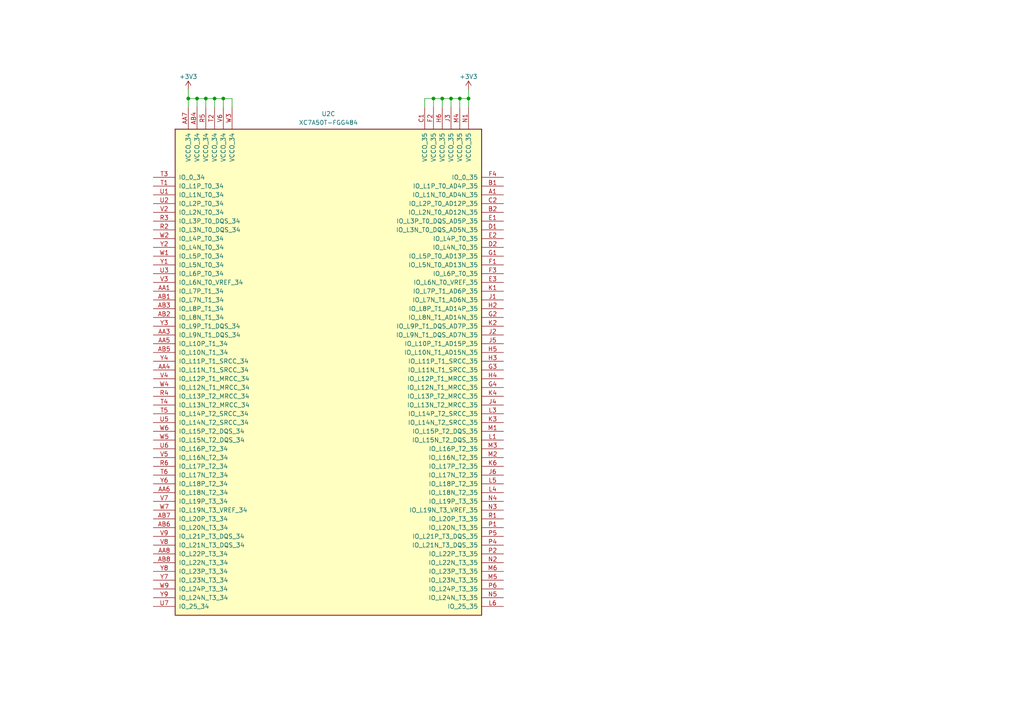
<source format=kicad_sch>
(kicad_sch (version 20230121) (generator eeschema)
  (paper "A4")
  (title_block (title "FPGA Bank 34 & 35") (date "2023-12-12") (rev "0.1") (company "George Smart, M1GEO") (comment 1 "https://github.com/m1geo/Pi5-Artix-FPGA-Hat") (comment 2 "https://www.george-smart.co.uk"))
  (lib_symbols
    (symbol "FPGA_Xilinx_Artix7:XC7A50T-FGG484" (pin_names (offset 1.016))
      (property "Reference" "U" (at 0 1.27 0))
      (property "Value" "XC7A50T-FGG484" (at 0 -1.27 0))
      (symbol "XC7A50T-FGG484_1_1"
        (rectangle (start -44.45 67.31) (end 44.45 -73.66) (stroke (width 0.254)) (fill (type background)))
        (pin power_in line (at -40.64 73.66 270) (length 6.35) (name "VCCO_13") (number "AA17"))
        (pin bidirectional line (at 50.8 -30.48 180) (length 6.35) (name "IO_L17P_T2_A14_D30_14") (number "AA18"))
        (pin bidirectional line (at 50.8 -20.32 180) (length 6.35) (name "IO_L15P_T2_DQS_RDWR_B_14") (number "AA19"))
        (pin bidirectional line (at 50.8 15.24 180) (length 6.35) (name "IO_L8P_T1_D11_14") (number "AA20"))
        (pin bidirectional line (at 50.8 12.7 180) (length 6.35) (name "IO_L8N_T1_D12_14") (number "AA21"))
        (pin power_in line (at -38.1 73.66 270) (length 6.35) (name "VCCO_13") (number "AB14"))
        (pin bidirectional line (at 50.8 -33.02 180) (length 6.35) (name "IO_L17N_T2_A13_D29_14") (number "AB18"))
        (pin bidirectional line (at 50.8 -22.86 180) (length 6.35) (name "IO_L15N_T2_DQS_DOUT_CSO_B_14") (number "AB20"))
        (pin bidirectional line (at 50.8 5.08 180) (length 6.35) (name "IO_L10P_T1_D14_14") (number "AB21"))
        (pin bidirectional line (at 50.8 2.54 180) (length 6.35) (name "IO_L10N_T1_D15_14") (number "AB22"))
        (pin power_in line (at 27.94 73.66 270) (length 6.35) (name "VCCO_14") (number "M14"))
        (pin bidirectional line (at 50.8 -60.96 180) (length 6.35) (name "IO_L23P_T3_A03_D19_14") (number "N13"))
        (pin bidirectional line (at 50.8 -63.5 180) (length 6.35) (name "IO_L23N_T3_A02_D18_14") (number "N14"))
        (pin bidirectional line (at 50.8 -71.12 180) (length 6.35) (name "IO_25_14") (number "N15"))
        (pin bidirectional line (at 50.8 -50.8 180) (length 6.35) (name "IO_L21P_T3_DQS_14") (number "N17"))
        (pin bidirectional line (at 50.8 -40.64 180) (length 6.35) (name "IO_L19P_T3_A10_D26_14") (number "P14"))
        (pin bidirectional line (at 50.8 -55.88 180) (length 6.35) (name "IO_L22P_T3_A05_D21_14") (number "P15"))
        (pin bidirectional line (at 50.8 -66.04 180) (length 6.35) (name "IO_L24P_T3_A01_D17_14") (number "P16"))
        (pin bidirectional line (at 50.8 -53.34 180) (length 6.35) (name "IO_L21N_T3_DQS_A06_D22_14") (number "P17"))
        (pin power_in line (at 30.48 73.66 270) (length 6.35) (name "VCCO_14") (number "P18"))
        (pin bidirectional line (at 50.8 30.48 180) (length 6.35) (name "IO_L5P_T0_D06_14") (number "P19"))
        (pin bidirectional line (at 50.8 53.34 180) (length 6.35) (name "IO_0_14") (number "P20"))
        (pin bidirectional line (at 50.8 45.72 180) (length 6.35) (name "IO_L2P_T0_D02_14") (number "P21"))
        (pin bidirectional line (at 50.8 50.8 180) (length 6.35) (name "IO_L1P_T0_D00_MOSI_14") (number "P22"))
        (pin bidirectional line (at 50.8 -43.18 180) (length 6.35) (name "IO_L19N_T3_A09_D25_VREF_14") (number "R14"))
        (pin power_in line (at 33.02 73.66 270) (length 6.35) (name "VCCO_14") (number "R15"))
        (pin bidirectional line (at 50.8 -58.42 180) (length 6.35) (name "IO_L22N_T3_A04_D20_14") (number "R16"))
        (pin bidirectional line (at 50.8 -68.58 180) (length 6.35) (name "IO_L24N_T3_A00_D16_14") (number "R17"))
        (pin bidirectional line (at 50.8 -45.72 180) (length 6.35) (name "IO_L20P_T3_A08_D24_14") (number "R18"))
        (pin bidirectional line (at 50.8 27.94 180) (length 6.35) (name "IO_L5N_T0_D07_14") (number "R19"))
        (pin bidirectional line (at 50.8 43.18 180) (length 6.35) (name "IO_L2N_T0_D03_14") (number "R21"))
        (pin bidirectional line (at 50.8 48.26 180) (length 6.35) (name "IO_L1N_T0_D01_DIN_14") (number "R22"))
        (pin bidirectional line (at 50.8 -48.26 180) (length 6.35) (name "IO_L20N_T3_A07_D23_14") (number "T18"))
        (pin bidirectional line (at 50.8 25.4 180) (length 6.35) (name "IO_L6P_T0_FCS_B_14") (number "T19"))
        (pin bidirectional line (at 50.8 22.86 180) (length 6.35) (name "IO_L6N_T0_D08_VREF_14") (number "T20"))
        (pin bidirectional line (at 50.8 35.56 180) (length 6.35) (name "IO_L4P_T0_D04_14") (number "T21"))
        (pin power_in line (at 35.56 73.66 270) (length 6.35) (name "VCCO_14") (number "T22"))
        (pin bidirectional line (at 50.8 -35.56 180) (length 6.35) (name "IO_L18P_T2_A12_D28_14") (number "U17"))
        (pin bidirectional line (at 50.8 -38.1 180) (length 6.35) (name "IO_L18N_T2_A11_D27_14") (number "U18"))
        (pin power_in line (at 38.1 73.66 270) (length 6.35) (name "VCCO_14") (number "U19"))
        (pin bidirectional line (at 50.8 0 180) (length 6.35) (name "IO_L11P_T1_SRCC_14") (number "U20"))
        (pin bidirectional line (at 50.8 33.02 180) (length 6.35) (name "IO_L4N_T0_D05_14") (number "U21"))
        (pin bidirectional line (at 50.8 40.64 180) (length 6.35) (name "IO_L3P_T0_DQS_PUDC_B_14") (number "U22"))
        (pin power_in line (at -35.56 73.66 270) (length 6.35) (name "VCCO_13") (number "V16"))
        (pin bidirectional line (at 50.8 -25.4 180) (length 6.35) (name "IO_L16P_T2_CSI_B_14") (number "V17"))
        (pin bidirectional line (at 50.8 -15.24 180) (length 6.35) (name "IO_L14P_T2_SRCC_14") (number "V18"))
        (pin bidirectional line (at 50.8 -17.78 180) (length 6.35) (name "IO_L14N_T2_SRCC_14") (number "V19"))
        (pin bidirectional line (at 50.8 -2.54 180) (length 6.35) (name "IO_L11N_T1_SRCC_14") (number "V20"))
        (pin bidirectional line (at 50.8 38.1 180) (length 6.35) (name "IO_L3N_T0_DQS_EMCCLK_14") (number "V22"))
        (pin power_in line (at -33.02 73.66 270) (length 6.35) (name "VCCO_13") (number "W13"))
        (pin bidirectional line (at 50.8 -27.94 180) (length 6.35) (name "IO_L16N_T2_A15_D31_14") (number "W17"))
        (pin bidirectional line (at 50.8 -5.08 180) (length 6.35) (name "IO_L12P_T1_MRCC_14") (number "W19"))
        (pin bidirectional line (at 50.8 -7.62 180) (length 6.35) (name "IO_L12N_T1_MRCC_14") (number "W20"))
        (pin bidirectional line (at 50.8 20.32 180) (length 6.35) (name "IO_L7P_T1_D09_14") (number "W21"))
        (pin bidirectional line (at 50.8 17.78 180) (length 6.35) (name "IO_L7N_T1_D10_14") (number "W22"))
        (pin power_in line (at -30.48 73.66 270) (length 6.35) (name "VCCO_13") (number "Y10"))
        (pin bidirectional line (at 50.8 -10.16 180) (length 6.35) (name "IO_L13P_T2_MRCC_14") (number "Y18"))
        (pin bidirectional line (at 50.8 -12.7 180) (length 6.35) (name "IO_L13N_T2_MRCC_14") (number "Y19"))
        (pin power_in line (at 40.64 73.66 270) (length 6.35) (name "VCCO_14") (number "Y20"))
        (pin bidirectional line (at 50.8 10.16 180) (length 6.35) (name "IO_L9P_T1_DQS_14") (number "Y21"))
        (pin bidirectional line (at 50.8 7.62 180) (length 6.35) (name "IO_L9N_T1_DQS_D13_14") (number "Y22"))
      )
      (symbol "XC7A50T-FGG484_2_1"
        (rectangle (start -44.45 67.31) (end 44.45 -73.66) (stroke (width 0.254)) (fill (type background)))
        (pin bidirectional line (at 50.8 5.08 180) (length 6.35) (name "IO_L10P_T1_16") (number "A13"))
        (pin bidirectional line (at 50.8 2.54 180) (length 6.35) (name "IO_L10N_T1_16") (number "A14"))
        (pin bidirectional line (at 50.8 10.16 180) (length 6.35) (name "IO_L9P_T1_DQS_16") (number "A15"))
        (pin bidirectional line (at 50.8 7.62 180) (length 6.35) (name "IO_L9N_T1_DQS_16") (number "A16"))
        (pin power_in line (at 27.94 73.66 270) (length 6.35) (name "VCCO_16") (number "A17"))
        (pin bidirectional line (at 50.8 -30.48 180) (length 6.35) (name "IO_L17P_T2_16") (number "A18"))
        (pin bidirectional line (at 50.8 -33.02 180) (length 6.35) (name "IO_L17N_T2_16") (number "A19"))
        (pin bidirectional line (at 50.8 -27.94 180) (length 6.35) (name "IO_L16N_T2_16") (number "A20"))
        (pin bidirectional line (at 50.8 -53.34 180) (length 6.35) (name "IO_L21N_T3_DQS_16") (number "A21"))
        (pin bidirectional line (at 50.8 12.7 180) (length 6.35) (name "IO_L8N_T1_16") (number "B13"))
        (pin power_in line (at 30.48 73.66 270) (length 6.35) (name "VCCO_16") (number "B14"))
        (pin bidirectional line (at 50.8 20.32 180) (length 6.35) (name "IO_L7P_T1_16") (number "B15"))
        (pin bidirectional line (at 50.8 17.78 180) (length 6.35) (name "IO_L7N_T1_16") (number "B16"))
        (pin bidirectional line (at 50.8 0 180) (length 6.35) (name "IO_L11P_T1_SRCC_16") (number "B17"))
        (pin bidirectional line (at 50.8 -2.54 180) (length 6.35) (name "IO_L11N_T1_SRCC_16") (number "B18"))
        (pin bidirectional line (at 50.8 -25.4 180) (length 6.35) (name "IO_L16P_T2_16") (number "B20"))
        (pin bidirectional line (at 50.8 -50.8 180) (length 6.35) (name "IO_L21P_T3_DQS_16") (number "B21"))
        (pin bidirectional line (at 50.8 -48.26 180) (length 6.35) (name "IO_L20N_T3_16") (number "B22"))
        (pin bidirectional line (at 50.8 15.24 180) (length 6.35) (name "IO_L8P_T1_16") (number "C13"))
        (pin bidirectional line (at 50.8 40.64 180) (length 6.35) (name "IO_L3P_T0_DQS_16") (number "C14"))
        (pin bidirectional line (at 50.8 38.1 180) (length 6.35) (name "IO_L3N_T0_DQS_16") (number "C15"))
        (pin bidirectional line (at 50.8 -7.62 180) (length 6.35) (name "IO_L12N_T1_MRCC_16") (number "C17"))
        (pin bidirectional line (at 50.8 -10.16 180) (length 6.35) (name "IO_L13P_T2_MRCC_16") (number "C18"))
        (pin bidirectional line (at 50.8 -12.7 180) (length 6.35) (name "IO_L13N_T2_MRCC_16") (number "C19"))
        (pin bidirectional line (at 50.8 -43.18 180) (length 6.35) (name "IO_L19N_T3_VREF_16") (number "C20"))
        (pin power_in line (at 33.02 73.66 270) (length 6.35) (name "VCCO_16") (number "C21"))
        (pin bidirectional line (at 50.8 -45.72 180) (length 6.35) (name "IO_L20P_T3_16") (number "C22"))
        (pin bidirectional line (at 50.8 25.4 180) (length 6.35) (name "IO_L6P_T0_16") (number "D14"))
        (pin bidirectional line (at 50.8 22.86 180) (length 6.35) (name "IO_L6N_T0_VREF_16") (number "D15"))
        (pin bidirectional line (at 50.8 27.94 180) (length 6.35) (name "IO_L5N_T0_16") (number "D16"))
        (pin bidirectional line (at 50.8 -5.08 180) (length 6.35) (name "IO_L12P_T1_MRCC_16") (number "D17"))
        (pin power_in line (at 35.56 73.66 270) (length 6.35) (name "VCCO_16") (number "D18"))
        (pin bidirectional line (at 50.8 -17.78 180) (length 6.35) (name "IO_L14N_T2_SRCC_16") (number "D19"))
        (pin bidirectional line (at 50.8 -40.64 180) (length 6.35) (name "IO_L19P_T3_16") (number "D20"))
        (pin bidirectional line (at 50.8 -63.5 180) (length 6.35) (name "IO_L23N_T3_16") (number "D21"))
        (pin bidirectional line (at 50.8 -58.42 180) (length 6.35) (name "IO_L22N_T3_16") (number "D22"))
        (pin bidirectional line (at 50.8 35.56 180) (length 6.35) (name "IO_L4P_T0_16") (number "E13"))
        (pin bidirectional line (at 50.8 33.02 180) (length 6.35) (name "IO_L4N_T0_16") (number "E14"))
        (pin power_in line (at 38.1 73.66 270) (length 6.35) (name "VCCO_16") (number "E15"))
        (pin bidirectional line (at 50.8 30.48 180) (length 6.35) (name "IO_L5P_T0_16") (number "E16"))
        (pin bidirectional line (at 50.8 43.18 180) (length 6.35) (name "IO_L2N_T0_16") (number "E17"))
        (pin bidirectional line (at 50.8 -22.86 180) (length 6.35) (name "IO_L15N_T2_DQS_16") (number "E18"))
        (pin bidirectional line (at 50.8 -15.24 180) (length 6.35) (name "IO_L14P_T2_SRCC_16") (number "E19"))
        (pin bidirectional line (at 50.8 -60.96 180) (length 6.35) (name "IO_L23P_T3_16") (number "E21"))
        (pin bidirectional line (at 50.8 -55.88 180) (length 6.35) (name "IO_L22P_T3_16") (number "E22"))
        (pin bidirectional line (at 50.8 50.8 180) (length 6.35) (name "IO_L1P_T0_16") (number "F13"))
        (pin bidirectional line (at 50.8 48.26 180) (length 6.35) (name "IO_L1N_T0_16") (number "F14"))
        (pin bidirectional line (at 50.8 53.34 180) (length 6.35) (name "IO_0_16") (number "F15"))
        (pin bidirectional line (at 50.8 45.72 180) (length 6.35) (name "IO_L2P_T0_16") (number "F16"))
        (pin bidirectional line (at 50.8 -20.32 180) (length 6.35) (name "IO_L15P_T2_DQS_16") (number "F18"))
        (pin bidirectional line (at 50.8 -35.56 180) (length 6.35) (name "IO_L18P_T2_16") (number "F19"))
        (pin bidirectional line (at 50.8 -38.1 180) (length 6.35) (name "IO_L18N_T2_16") (number "F20"))
        (pin bidirectional line (at 50.8 -71.12 180) (length 6.35) (name "IO_25_16") (number "F21"))
        (pin power_in line (at 40.64 73.66 270) (length 6.35) (name "VCCO_16") (number "F22"))
        (pin bidirectional line (at -50.8 48.26 0) (length 6.35) (name "IO_L1N_T0_AD0N_15") (number "G13"))
        (pin bidirectional line (at -50.8 45.72 0) (length 6.35) (name "IO_L2P_T0_AD8P_15") (number "G15"))
        (pin bidirectional line (at -50.8 43.18 0) (length 6.35) (name "IO_L2N_T0_AD8N_15") (number "G16"))
        (pin bidirectional line (at -50.8 35.56 0) (length 6.35) (name "IO_L4P_T0_15") (number "G17"))
        (pin bidirectional line (at -50.8 33.02 0) (length 6.35) (name "IO_L4N_T0_15") (number "G18"))
        (pin power_in line (at -40.64 73.66 270) (length 6.35) (name "VCCO_15") (number "G19"))
        (pin bidirectional line (at -50.8 12.7 0) (length 6.35) (name "IO_L8N_T1_AD10N_15") (number "G20"))
        (pin bidirectional line (at 50.8 -66.04 180) (length 6.35) (name "IO_L24P_T3_16") (number "G21"))
        (pin bidirectional line (at 50.8 -68.58 180) (length 6.35) (name "IO_L24N_T3_16") (number "G22"))
        (pin bidirectional line (at -50.8 50.8 0) (length 6.35) (name "IO_L1P_T0_AD0P_15") (number "H13"))
        (pin bidirectional line (at -50.8 38.1 0) (length 6.35) (name "IO_L3N_T0_DQS_AD1N_15") (number "H14"))
        (pin bidirectional line (at -50.8 27.94 0) (length 6.35) (name "IO_L5N_T0_AD9N_15") (number "H15"))
        (pin power_in line (at -38.1 73.66 270) (length 6.35) (name "VCCO_15") (number "H16"))
        (pin bidirectional line (at -50.8 25.4 0) (length 6.35) (name "IO_L6P_T0_15") (number "H17"))
        (pin bidirectional line (at -50.8 22.86 0) (length 6.35) (name "IO_L6N_T0_VREF_15") (number "H18"))
        (pin bidirectional line (at -50.8 -7.62 0) (length 6.35) (name "IO_L12N_T1_MRCC_15") (number "H19"))
        (pin bidirectional line (at -50.8 15.24 0) (length 6.35) (name "IO_L8P_T1_AD10P_15") (number "H20"))
        (pin bidirectional line (at -50.8 17.78 0) (length 6.35) (name "IO_L7N_T1_AD2N_15") (number "H22"))
        (pin power_in line (at -35.56 73.66 270) (length 6.35) (name "VCCO_15") (number "J13"))
        (pin bidirectional line (at -50.8 40.64 0) (length 6.35) (name "IO_L3P_T0_DQS_AD1P_15") (number "J14"))
        (pin bidirectional line (at -50.8 30.48 0) (length 6.35) (name "IO_L5P_T0_AD9P_15") (number "J15"))
        (pin bidirectional line (at -50.8 53.34 0) (length 6.35) (name "IO_0_15") (number "J16"))
        (pin bidirectional line (at -50.8 -53.34 0) (length 6.35) (name "IO_L21N_T3_DQS_A18_15") (number "J17"))
        (pin bidirectional line (at -50.8 -5.08 0) (length 6.35) (name "IO_L12P_T1_MRCC_15") (number "J19"))
        (pin bidirectional line (at -50.8 0 0) (length 6.35) (name "IO_L11P_T1_SRCC_15") (number "J20"))
        (pin bidirectional line (at -50.8 -2.54 0) (length 6.35) (name "IO_L11N_T1_SRCC_15") (number "J21"))
        (pin bidirectional line (at -50.8 20.32 0) (length 6.35) (name "IO_L7P_T1_AD2P_15") (number "J22"))
        (pin bidirectional line (at -50.8 -40.64 0) (length 6.35) (name "IO_L19P_T3_A22_15") (number "K13"))
        (pin bidirectional line (at -50.8 -43.18 0) (length 6.35) (name "IO_L19N_T3_A21_VREF_15") (number "K14"))
        (pin bidirectional line (at -50.8 -63.5 0) (length 6.35) (name "IO_L23N_T3_FWE_B_15") (number "K16"))
        (pin bidirectional line (at -50.8 -50.8 0) (length 6.35) (name "IO_L21P_T3_DQS_15") (number "K17"))
        (pin bidirectional line (at -50.8 -10.16 0) (length 6.35) (name "IO_L13P_T2_MRCC_15") (number "K18"))
        (pin bidirectional line (at -50.8 -12.7 0) (length 6.35) (name "IO_L13N_T2_MRCC_15") (number "K19"))
        (pin power_in line (at -33.02 73.66 270) (length 6.35) (name "VCCO_15") (number "K20"))
        (pin bidirectional line (at -50.8 10.16 0) (length 6.35) (name "IO_L9P_T1_DQS_AD3P_15") (number "K21"))
        (pin bidirectional line (at -50.8 7.62 0) (length 6.35) (name "IO_L9N_T1_DQS_AD3N_15") (number "K22"))
        (pin bidirectional line (at -50.8 -48.26 0) (length 6.35) (name "IO_L20N_T3_A19_15") (number "L13"))
        (pin bidirectional line (at -50.8 -55.88 0) (length 6.35) (name "IO_L22P_T3_A17_15") (number "L14"))
        (pin bidirectional line (at -50.8 -58.42 0) (length 6.35) (name "IO_L22N_T3_A16_15") (number "L15"))
        (pin bidirectional line (at -50.8 -60.96 0) (length 6.35) (name "IO_L23P_T3_FOE_B_15") (number "L16"))
        (pin power_in line (at -30.48 73.66 270) (length 6.35) (name "VCCO_15") (number "L17"))
        (pin bidirectional line (at -50.8 -27.94 0) (length 6.35) (name "IO_L16N_T2_A27_15") (number "L18"))
        (pin bidirectional line (at -50.8 -15.24 0) (length 6.35) (name "IO_L14P_T2_SRCC_15") (number "L19"))
        (pin bidirectional line (at -50.8 -17.78 0) (length 6.35) (name "IO_L14N_T2_SRCC_15") (number "L20"))
        (pin bidirectional line (at -50.8 2.54 0) (length 6.35) (name "IO_L10N_T1_AD11N_15") (number "L21"))
        (pin bidirectional line (at -50.8 -45.72 0) (length 6.35) (name "IO_L20P_T3_A20_15") (number "M13"))
        (pin bidirectional line (at -50.8 -66.04 0) (length 6.35) (name "IO_L24P_T3_RS1_15") (number "M15"))
        (pin bidirectional line (at -50.8 -68.58 0) (length 6.35) (name "IO_L24N_T3_RS0_15") (number "M16"))
        (pin bidirectional line (at -50.8 -71.12 0) (length 6.35) (name "IO_25_15") (number "M17"))
        (pin bidirectional line (at -50.8 -25.4 0) (length 6.35) (name "IO_L16P_T2_A28_15") (number "M18"))
        (pin bidirectional line (at -50.8 -38.1 0) (length 6.35) (name "IO_L18N_T2_A23_15") (number "M20"))
        (pin bidirectional line (at -50.8 5.08 0) (length 6.35) (name "IO_L10P_T1_AD11P_15") (number "M21"))
        (pin bidirectional line (at -50.8 -22.86 0) (length 6.35) (name "IO_L15N_T2_DQS_ADV_B_15") (number "M22"))
        (pin bidirectional line (at -50.8 -30.48 0) (length 6.35) (name "IO_L17P_T2_A26_15") (number "N18"))
        (pin bidirectional line (at -50.8 -33.02 0) (length 6.35) (name "IO_L17N_T2_A25_15") (number "N19"))
        (pin bidirectional line (at -50.8 -35.56 0) (length 6.35) (name "IO_L18P_T2_A24_15") (number "N20"))
        (pin power_in line (at -27.94 73.66 270) (length 6.35) (name "VCCO_15") (number "N21"))
        (pin bidirectional line (at -50.8 -20.32 0) (length 6.35) (name "IO_L15P_T2_DQS_15") (number "N22"))
      )
      (symbol "XC7A50T-FGG484_3_1"
        (rectangle (start -44.45 67.31) (end 44.45 -73.66) (stroke (width 0.254)) (fill (type background)))
        (pin bidirectional line (at 50.8 48.26 180) (length 6.35) (name "IO_L1N_T0_AD4N_35") (number "A1"))
        (pin bidirectional line (at -50.8 20.32 0) (length 6.35) (name "IO_L7P_T1_34") (number "AA1"))
        (pin bidirectional line (at -50.8 7.62 0) (length 6.35) (name "IO_L9N_T1_DQS_34") (number "AA3"))
        (pin bidirectional line (at -50.8 -2.54 0) (length 6.35) (name "IO_L11N_T1_SRCC_34") (number "AA4"))
        (pin bidirectional line (at -50.8 5.08 0) (length 6.35) (name "IO_L10P_T1_34") (number "AA5"))
        (pin bidirectional line (at -50.8 -38.1 0) (length 6.35) (name "IO_L18N_T2_34") (number "AA6"))
        (pin power_in line (at -40.64 73.66 270) (length 6.35) (name "VCCO_34") (number "AA7"))
        (pin bidirectional line (at -50.8 -55.88 0) (length 6.35) (name "IO_L22P_T3_34") (number "AA8"))
        (pin bidirectional line (at -50.8 17.78 0) (length 6.35) (name "IO_L7N_T1_34") (number "AB1"))
        (pin bidirectional line (at -50.8 12.7 0) (length 6.35) (name "IO_L8N_T1_34") (number "AB2"))
        (pin bidirectional line (at -50.8 15.24 0) (length 6.35) (name "IO_L8P_T1_34") (number "AB3"))
        (pin power_in line (at -38.1 73.66 270) (length 6.35) (name "VCCO_34") (number "AB4"))
        (pin bidirectional line (at -50.8 2.54 0) (length 6.35) (name "IO_L10N_T1_34") (number "AB5"))
        (pin bidirectional line (at -50.8 -48.26 0) (length 6.35) (name "IO_L20N_T3_34") (number "AB6"))
        (pin bidirectional line (at -50.8 -45.72 0) (length 6.35) (name "IO_L20P_T3_34") (number "AB7"))
        (pin bidirectional line (at -50.8 -58.42 0) (length 6.35) (name "IO_L22N_T3_34") (number "AB8"))
        (pin bidirectional line (at 50.8 50.8 180) (length 6.35) (name "IO_L1P_T0_AD4P_35") (number "B1"))
        (pin bidirectional line (at 50.8 43.18 180) (length 6.35) (name "IO_L2N_T0_AD12N_35") (number "B2"))
        (pin power_in line (at 27.94 73.66 270) (length 6.35) (name "VCCO_35") (number "C1"))
        (pin bidirectional line (at 50.8 45.72 180) (length 6.35) (name "IO_L2P_T0_AD12P_35") (number "C2"))
        (pin bidirectional line (at 50.8 38.1 180) (length 6.35) (name "IO_L3N_T0_DQS_AD5N_35") (number "D1"))
        (pin bidirectional line (at 50.8 33.02 180) (length 6.35) (name "IO_L4N_T0_35") (number "D2"))
        (pin bidirectional line (at 50.8 40.64 180) (length 6.35) (name "IO_L3P_T0_DQS_AD5P_35") (number "E1"))
        (pin bidirectional line (at 50.8 35.56 180) (length 6.35) (name "IO_L4P_T0_35") (number "E2"))
        (pin bidirectional line (at 50.8 22.86 180) (length 6.35) (name "IO_L6N_T0_VREF_35") (number "E3"))
        (pin bidirectional line (at 50.8 27.94 180) (length 6.35) (name "IO_L5N_T0_AD13N_35") (number "F1"))
        (pin power_in line (at 30.48 73.66 270) (length 6.35) (name "VCCO_35") (number "F2"))
        (pin bidirectional line (at 50.8 25.4 180) (length 6.35) (name "IO_L6P_T0_35") (number "F3"))
        (pin bidirectional line (at 50.8 53.34 180) (length 6.35) (name "IO_0_35") (number "F4"))
        (pin bidirectional line (at 50.8 30.48 180) (length 6.35) (name "IO_L5P_T0_AD13P_35") (number "G1"))
        (pin bidirectional line (at 50.8 12.7 180) (length 6.35) (name "IO_L8N_T1_AD14N_35") (number "G2"))
        (pin bidirectional line (at 50.8 -2.54 180) (length 6.35) (name "IO_L11N_T1_SRCC_35") (number "G3"))
        (pin bidirectional line (at 50.8 -7.62 180) (length 6.35) (name "IO_L12N_T1_MRCC_35") (number "G4"))
        (pin bidirectional line (at 50.8 15.24 180) (length 6.35) (name "IO_L8P_T1_AD14P_35") (number "H2"))
        (pin bidirectional line (at 50.8 0 180) (length 6.35) (name "IO_L11P_T1_SRCC_35") (number "H3"))
        (pin bidirectional line (at 50.8 -5.08 180) (length 6.35) (name "IO_L12P_T1_MRCC_35") (number "H4"))
        (pin bidirectional line (at 50.8 2.54 180) (length 6.35) (name "IO_L10N_T1_AD15N_35") (number "H5"))
        (pin power_in line (at 33.02 73.66 270) (length 6.35) (name "VCCO_35") (number "H6"))
        (pin bidirectional line (at 50.8 17.78 180) (length 6.35) (name "IO_L7N_T1_AD6N_35") (number "J1"))
        (pin bidirectional line (at 50.8 7.62 180) (length 6.35) (name "IO_L9N_T1_DQS_AD7N_35") (number "J2"))
        (pin power_in line (at 35.56 73.66 270) (length 6.35) (name "VCCO_35") (number "J3"))
        (pin bidirectional line (at 50.8 -12.7 180) (length 6.35) (name "IO_L13N_T2_MRCC_35") (number "J4"))
        (pin bidirectional line (at 50.8 5.08 180) (length 6.35) (name "IO_L10P_T1_AD15P_35") (number "J5"))
        (pin bidirectional line (at 50.8 -33.02 180) (length 6.35) (name "IO_L17N_T2_35") (number "J6"))
        (pin bidirectional line (at 50.8 20.32 180) (length 6.35) (name "IO_L7P_T1_AD6P_35") (number "K1"))
        (pin bidirectional line (at 50.8 10.16 180) (length 6.35) (name "IO_L9P_T1_DQS_AD7P_35") (number "K2"))
        (pin bidirectional line (at 50.8 -17.78 180) (length 6.35) (name "IO_L14N_T2_SRCC_35") (number "K3"))
        (pin bidirectional line (at 50.8 -10.16 180) (length 6.35) (name "IO_L13P_T2_MRCC_35") (number "K4"))
        (pin bidirectional line (at 50.8 -30.48 180) (length 6.35) (name "IO_L17P_T2_35") (number "K6"))
        (pin bidirectional line (at 50.8 -22.86 180) (length 6.35) (name "IO_L15N_T2_DQS_35") (number "L1"))
        (pin bidirectional line (at 50.8 -15.24 180) (length 6.35) (name "IO_L14P_T2_SRCC_35") (number "L3"))
        (pin bidirectional line (at 50.8 -38.1 180) (length 6.35) (name "IO_L18N_T2_35") (number "L4"))
        (pin bidirectional line (at 50.8 -35.56 180) (length 6.35) (name "IO_L18P_T2_35") (number "L5"))
        (pin bidirectional line (at 50.8 -71.12 180) (length 6.35) (name "IO_25_35") (number "L6"))
        (pin bidirectional line (at 50.8 -20.32 180) (length 6.35) (name "IO_L15P_T2_DQS_35") (number "M1"))
        (pin bidirectional line (at 50.8 -27.94 180) (length 6.35) (name "IO_L16N_T2_35") (number "M2"))
        (pin bidirectional line (at 50.8 -25.4 180) (length 6.35) (name "IO_L16P_T2_35") (number "M3"))
        (pin power_in line (at 38.1 73.66 270) (length 6.35) (name "VCCO_35") (number "M4"))
        (pin bidirectional line (at 50.8 -63.5 180) (length 6.35) (name "IO_L23N_T3_35") (number "M5"))
        (pin bidirectional line (at 50.8 -60.96 180) (length 6.35) (name "IO_L23P_T3_35") (number "M6"))
        (pin power_in line (at 40.64 73.66 270) (length 6.35) (name "VCCO_35") (number "N1"))
        (pin bidirectional line (at 50.8 -58.42 180) (length 6.35) (name "IO_L22N_T3_35") (number "N2"))
        (pin bidirectional line (at 50.8 -43.18 180) (length 6.35) (name "IO_L19N_T3_VREF_35") (number "N3"))
        (pin bidirectional line (at 50.8 -40.64 180) (length 6.35) (name "IO_L19P_T3_35") (number "N4"))
        (pin bidirectional line (at 50.8 -68.58 180) (length 6.35) (name "IO_L24N_T3_35") (number "N5"))
        (pin bidirectional line (at 50.8 -48.26 180) (length 6.35) (name "IO_L20N_T3_35") (number "P1"))
        (pin bidirectional line (at 50.8 -55.88 180) (length 6.35) (name "IO_L22P_T3_35") (number "P2"))
        (pin bidirectional line (at 50.8 -53.34 180) (length 6.35) (name "IO_L21N_T3_DQS_35") (number "P4"))
        (pin bidirectional line (at 50.8 -50.8 180) (length 6.35) (name "IO_L21P_T3_DQS_35") (number "P5"))
        (pin bidirectional line (at 50.8 -66.04 180) (length 6.35) (name "IO_L24P_T3_35") (number "P6"))
        (pin bidirectional line (at 50.8 -45.72 180) (length 6.35) (name "IO_L20P_T3_35") (number "R1"))
        (pin bidirectional line (at -50.8 38.1 0) (length 6.35) (name "IO_L3N_T0_DQS_34") (number "R2"))
        (pin bidirectional line (at -50.8 40.64 0) (length 6.35) (name "IO_L3P_T0_DQS_34") (number "R3"))
        (pin bidirectional line (at -50.8 -10.16 0) (length 6.35) (name "IO_L13P_T2_MRCC_34") (number "R4"))
        (pin power_in line (at -35.56 73.66 270) (length 6.35) (name "VCCO_34") (number "R5"))
        (pin bidirectional line (at -50.8 -30.48 0) (length 6.35) (name "IO_L17P_T2_34") (number "R6"))
        (pin bidirectional line (at -50.8 50.8 0) (length 6.35) (name "IO_L1P_T0_34") (number "T1"))
        (pin power_in line (at -33.02 73.66 270) (length 6.35) (name "VCCO_34") (number "T2"))
        (pin bidirectional line (at -50.8 53.34 0) (length 6.35) (name "IO_0_34") (number "T3"))
        (pin bidirectional line (at -50.8 -12.7 0) (length 6.35) (name "IO_L13N_T2_MRCC_34") (number "T4"))
        (pin bidirectional line (at -50.8 -15.24 0) (length 6.35) (name "IO_L14P_T2_SRCC_34") (number "T5"))
        (pin bidirectional line (at -50.8 -33.02 0) (length 6.35) (name "IO_L17N_T2_34") (number "T6"))
        (pin bidirectional line (at -50.8 48.26 0) (length 6.35) (name "IO_L1N_T0_34") (number "U1"))
        (pin bidirectional line (at -50.8 45.72 0) (length 6.35) (name "IO_L2P_T0_34") (number "U2"))
        (pin bidirectional line (at -50.8 25.4 0) (length 6.35) (name "IO_L6P_T0_34") (number "U3"))
        (pin bidirectional line (at -50.8 -17.78 0) (length 6.35) (name "IO_L14N_T2_SRCC_34") (number "U5"))
        (pin bidirectional line (at -50.8 -25.4 0) (length 6.35) (name "IO_L16P_T2_34") (number "U6"))
        (pin bidirectional line (at -50.8 -71.12 0) (length 6.35) (name "IO_25_34") (number "U7"))
        (pin bidirectional line (at -50.8 43.18 0) (length 6.35) (name "IO_L2N_T0_34") (number "V2"))
        (pin bidirectional line (at -50.8 22.86 0) (length 6.35) (name "IO_L6N_T0_VREF_34") (number "V3"))
        (pin bidirectional line (at -50.8 -5.08 0) (length 6.35) (name "IO_L12P_T1_MRCC_34") (number "V4"))
        (pin bidirectional line (at -50.8 -27.94 0) (length 6.35) (name "IO_L16N_T2_34") (number "V5"))
        (pin power_in line (at -30.48 73.66 270) (length 6.35) (name "VCCO_34") (number "V6"))
        (pin bidirectional line (at -50.8 -40.64 0) (length 6.35) (name "IO_L19P_T3_34") (number "V7"))
        (pin bidirectional line (at -50.8 -53.34 0) (length 6.35) (name "IO_L21N_T3_DQS_34") (number "V8"))
        (pin bidirectional line (at -50.8 -50.8 0) (length 6.35) (name "IO_L21P_T3_DQS_34") (number "V9"))
        (pin bidirectional line (at -50.8 30.48 0) (length 6.35) (name "IO_L5P_T0_34") (number "W1"))
        (pin bidirectional line (at -50.8 35.56 0) (length 6.35) (name "IO_L4P_T0_34") (number "W2"))
        (pin power_in line (at -27.94 73.66 270) (length 6.35) (name "VCCO_34") (number "W3"))
        (pin bidirectional line (at -50.8 -7.62 0) (length 6.35) (name "IO_L12N_T1_MRCC_34") (number "W4"))
        (pin bidirectional line (at -50.8 -22.86 0) (length 6.35) (name "IO_L15N_T2_DQS_34") (number "W5"))
        (pin bidirectional line (at -50.8 -20.32 0) (length 6.35) (name "IO_L15P_T2_DQS_34") (number "W6"))
        (pin bidirectional line (at -50.8 -43.18 0) (length 6.35) (name "IO_L19N_T3_VREF_34") (number "W7"))
        (pin bidirectional line (at -50.8 -66.04 0) (length 6.35) (name "IO_L24P_T3_34") (number "W9"))
        (pin bidirectional line (at -50.8 27.94 0) (length 6.35) (name "IO_L5N_T0_34") (number "Y1"))
        (pin bidirectional line (at -50.8 33.02 0) (length 6.35) (name "IO_L4N_T0_34") (number "Y2"))
        (pin bidirectional line (at -50.8 10.16 0) (length 6.35) (name "IO_L9P_T1_DQS_34") (number "Y3"))
        (pin bidirectional line (at -50.8 0 0) (length 6.35) (name "IO_L11P_T1_SRCC_34") (number "Y4"))
        (pin bidirectional line (at -50.8 -35.56 0) (length 6.35) (name "IO_L18P_T2_34") (number "Y6"))
        (pin bidirectional line (at -50.8 -63.5 0) (length 6.35) (name "IO_L23N_T3_34") (number "Y7"))
        (pin bidirectional line (at -50.8 -60.96 0) (length 6.35) (name "IO_L23P_T3_34") (number "Y8"))
        (pin bidirectional line (at -50.8 -68.58 0) (length 6.35) (name "IO_L24N_T3_34") (number "Y9"))
      )
      (symbol "XC7A50T-FGG484_4_1"
        (rectangle (start -31.75 30.48) (end 31.75 -30.48) (stroke (width 0.254)) (fill (type background)))
        (pin bidirectional line (at -38.1 -7.62 0) (length 6.35) (name "MGTPRXN2_216") (number "A10"))
        (pin bidirectional line (at -38.1 25.4 0) (length 6.35) (name "MGTPTXN0_216") (number "A4"))
        (pin bidirectional line (at -38.1 15.24 0) (length 6.35) (name "MGTPTXN2_216") (number "A6"))
        (pin bidirectional line (at -38.1 2.54 0) (length 6.35) (name "MGTPRXN0_216") (number "A8"))
        (pin bidirectional line (at -38.1 -5.08 0) (length 6.35) (name "MGTPRXP2_216") (number "B10"))
        (pin bidirectional line (at -38.1 27.94 0) (length 6.35) (name "MGTPTXP0_216") (number "B4"))
        (pin bidirectional line (at -38.1 17.78 0) (length 6.35) (name "MGTPTXP2_216") (number "B6"))
        (pin bidirectional line (at -38.1 5.08 0) (length 6.35) (name "MGTPRXP0_216") (number "B8"))
        (pin bidirectional line (at -38.1 -2.54 0) (length 6.35) (name "MGTPRXN1_216") (number "C11"))
        (pin bidirectional line (at -38.1 20.32 0) (length 6.35) (name "MGTPTXN1_216") (number "C5"))
        (pin bidirectional line (at -38.1 10.16 0) (length 6.35) (name "MGTPTXN3_216") (number "C7"))
        (pin bidirectional line (at -38.1 -12.7 0) (length 6.35) (name "MGTPRXN3_216") (number "C9"))
        (pin bidirectional line (at -38.1 0 0) (length 6.35) (name "MGTPRXP1_216") (number "D11"))
        (pin bidirectional line (at -38.1 22.86 0) (length 6.35) (name "MGTPTXP1_216") (number "D5"))
        (pin bidirectional line (at -38.1 12.7 0) (length 6.35) (name "MGTPTXP3_216") (number "D7"))
        (pin bidirectional line (at -38.1 -10.16 0) (length 6.35) (name "MGTPRXP3_216") (number "D9"))
        (pin bidirectional line (at -38.1 -25.4 0) (length 6.35) (name "MGTREFCLK1N_216") (number "E10"))
        (pin bidirectional line (at -38.1 -20.32 0) (length 6.35) (name "MGTREFCLK0N_216") (number "E6"))
        (pin bidirectional line (at -38.1 -22.86 0) (length 6.35) (name "MGTREFCLK1P_216") (number "F10"))
        (pin bidirectional line (at -38.1 -17.78 0) (length 6.35) (name "MGTREFCLK0P_216") (number "F6"))
      )
      (symbol "XC7A50T-FGG484_5_1"
        (rectangle (start -31.75 12.7) (end 31.75 -12.7) (stroke (width 0.254)) (fill (type background)))
        (pin power_in line (at 38.1 2.54 180) (length 6.35) (name "MGTAVTT") (number "B11"))
        (pin power_in line (at 38.1 10.16 180) (length 6.35) (name "MGTAVTT") (number "B5"))
        (pin power_in line (at 38.1 7.62 180) (length 6.35) (name "MGTAVTT") (number "B7"))
        (pin power_in line (at 38.1 5.08 180) (length 6.35) (name "MGTAVTT") (number "B9"))
        (pin power_in line (at 38.1 0 180) (length 6.35) (name "MGTAVTT") (number "C4"))
        (pin power_in line (at 38.1 -2.54 180) (length 6.35) (name "MGTAVTT") (number "C8"))
        (pin power_in line (at -38.1 7.62 0) (length 6.35) (name "MGTAVCC") (number "D10"))
        (pin power_in line (at -38.1 10.16 0) (length 6.35) (name "MGTAVCC") (number "D6"))
        (pin power_in line (at -38.1 0 0) (length 6.35) (name "MGTAVCC") (number "E8"))
        (pin power_in line (at -38.1 5.08 0) (length 6.35) (name "MGTAVCC") (number "F7"))
        (pin power_in line (at 38.1 -7.62 180) (length 6.35) (name "MGTRREF_216") (number "F8"))
        (pin power_in line (at -38.1 2.54 0) (length 6.35) (name "MGTAVCC") (number "F9"))
      )
      (symbol "XC7A50T-FGG484_6_1"
        (rectangle (start -31.75 34.29) (end 31.75 -40.64) (stroke (width 0.254)) (fill (type background)))
        (pin power_in line (at 25.4 40.64 270) (length 6.35) (name "VCCO_0") (number "F12"))
        (pin bidirectional line (at 38.1 -5.08 180) (length 6.35) (name "DONE_0") (number "G11"))
        (pin bidirectional line (at 38.1 -20.32 180) (length 6.35) (name "VP_0") (number "L10"))
        (pin bidirectional line (at 38.1 7.62 180) (length 6.35) (name "CCLK_0") (number "L12"))
        (pin bidirectional line (at 38.1 -30.48 180) (length 6.35) (name "VREFN_0") (number "L9"))
        (pin bidirectional line (at 38.1 -27.94 180) (length 6.35) (name "VREFP_0") (number "M10"))
        (pin bidirectional line (at 38.1 -22.86 180) (length 6.35) (name "VN_0") (number "M9"))
        (pin bidirectional line (at 38.1 -35.56 180) (length 6.35) (name "DXP_0") (number "N10"))
        (pin bidirectional line (at 38.1 -10.16 180) (length 6.35) (name "PROGRAM_B_0") (number "N12"))
        (pin bidirectional line (at 38.1 -38.1 180) (length 6.35) (name "DXN_0") (number "N9"))
        (pin bidirectional line (at 38.1 20.32 180) (length 6.35) (name "TDI_0") (number "R13"))
        (pin power_in line (at 27.94 40.64 270) (length 6.35) (name "VCCO_0") (number "T12"))
        (pin bidirectional line (at 38.1 15.24 180) (length 6.35) (name "TMS_0") (number "T13"))
        (pin bidirectional line (at 38.1 2.54 180) (length 6.35) (name "M1_0") (number "U10"))
        (pin bidirectional line (at 38.1 5.08 180) (length 6.35) (name "M0_0") (number "U11"))
        (pin bidirectional line (at 38.1 -7.62 180) (length 6.35) (name "INIT_B_0") (number "U12"))
        (pin bidirectional line (at 38.1 17.78 180) (length 6.35) (name "TDO_0") (number "U13"))
        (pin bidirectional line (at 38.1 -15.24 180) (length 6.35) (name "CFGBVS_0") (number "U8"))
        (pin bidirectional line (at 38.1 0 180) (length 6.35) (name "M2_0") (number "U9"))
        (pin bidirectional line (at 38.1 12.7 180) (length 6.35) (name "TCK_0") (number "V12"))
      )
      (symbol "XC7A50T-FGG484_7_1"
        (rectangle (start -19.05 76.2) (end 19.05 -76.2) (stroke (width 0.254)) (fill (type background)))
        (pin power_in line (at -25.4 22.86 0) (length 6.35) (name "GND") (number "A11"))
        (pin power_in line (at -25.4 20.32 0) (length 6.35) (name "GND") (number "A12"))
        (pin power_in line (at -25.4 35.56 0) (length 6.35) (name "GND") (number "A2"))
        (pin power_in line (at -25.4 17.78 0) (length 6.35) (name "GND") (number "A22"))
        (pin power_in line (at -25.4 33.02 0) (length 6.35) (name "GND") (number "A3"))
        (pin power_in line (at -25.4 30.48 0) (length 6.35) (name "GND") (number "A5"))
        (pin power_in line (at -25.4 27.94 0) (length 6.35) (name "GND") (number "A7"))
        (pin power_in line (at -25.4 25.4 0) (length 6.35) (name "GND") (number "A9"))
        (pin power_in line (at 25.4 -66.04 180) (length 6.35) (name "GND") (number "AA12"))
        (pin power_in line (at 25.4 -63.5 180) (length 6.35) (name "GND") (number "AA2"))
        (pin power_in line (at 25.4 -68.58 180) (length 6.35) (name "GND") (number "AA22"))
        (pin power_in line (at 25.4 -73.66 180) (length 6.35) (name "GND") (number "AB19"))
        (pin power_in line (at 25.4 -71.12 180) (length 6.35) (name "GND") (number "AB9"))
        (pin power_in line (at -25.4 12.7 0) (length 6.35) (name "GND") (number "B12"))
        (pin power_in line (at -25.4 10.16 0) (length 6.35) (name "GND") (number "B19"))
        (pin power_in line (at -25.4 15.24 0) (length 6.35) (name "GND") (number "B3"))
        (pin power_in line (at -25.4 2.54 0) (length 6.35) (name "GND") (number "C10"))
        (pin power_in line (at -25.4 0 0) (length 6.35) (name "GND") (number "C12"))
        (pin power_in line (at -25.4 -2.54 0) (length 6.35) (name "GND") (number "C16"))
        (pin power_in line (at -25.4 7.62 0) (length 6.35) (name "GND") (number "C3"))
        (pin power_in line (at -25.4 5.08 0) (length 6.35) (name "GND") (number "C6"))
        (pin power_in line (at -25.4 -12.7 0) (length 6.35) (name "GND") (number "D12"))
        (pin power_in line (at -25.4 -15.24 0) (length 6.35) (name "GND") (number "D13"))
        (pin power_in line (at -25.4 -5.08 0) (length 6.35) (name "GND") (number "D3"))
        (pin power_in line (at -25.4 -7.62 0) (length 6.35) (name "GND") (number "D4"))
        (pin power_in line (at -25.4 -10.16 0) (length 6.35) (name "GND") (number "D8"))
        (pin power_in line (at -25.4 -27.94 0) (length 6.35) (name "GND") (number "E11"))
        (pin power_in line (at -25.4 53.34 0) (length 6.35) (name "VCCBATT_0") (number "E12"))
        (pin power_in line (at -25.4 -30.48 0) (length 6.35) (name "GND") (number "E20"))
        (pin power_in line (at -25.4 -17.78 0) (length 6.35) (name "GND") (number "E4"))
        (pin power_in line (at -25.4 -20.32 0) (length 6.35) (name "GND") (number "E5"))
        (pin power_in line (at -25.4 -22.86 0) (length 6.35) (name "GND") (number "E7"))
        (pin power_in line (at -25.4 -25.4 0) (length 6.35) (name "GND") (number "E9"))
        (pin power_in line (at -25.4 -35.56 0) (length 6.35) (name "GND") (number "F11"))
        (pin power_in line (at -25.4 -38.1 0) (length 6.35) (name "GND") (number "F17"))
        (pin power_in line (at -25.4 -33.02 0) (length 6.35) (name "GND") (number "F5"))
        (pin power_in line (at -25.4 -53.34 0) (length 6.35) (name "GND") (number "G10"))
        (pin power_in line (at -25.4 -55.88 0) (length 6.35) (name "GND") (number "G12"))
        (pin power_in line (at -25.4 -58.42 0) (length 6.35) (name "GND") (number "G14"))
        (pin power_in line (at -25.4 -40.64 0) (length 6.35) (name "GND") (number "G5"))
        (pin power_in line (at -25.4 -43.18 0) (length 6.35) (name "GND") (number "G6"))
        (pin power_in line (at -25.4 -45.72 0) (length 6.35) (name "GND") (number "G7"))
        (pin power_in line (at -25.4 -48.26 0) (length 6.35) (name "GND") (number "G8"))
        (pin power_in line (at -25.4 -50.8 0) (length 6.35) (name "GND") (number "G9"))
        (pin power_in line (at -25.4 -60.96 0) (length 6.35) (name "GND") (number "H1"))
        (pin power_in line (at 25.4 71.12 180) (length 6.35) (name "VCCINT") (number "H10"))
        (pin power_in line (at -25.4 -68.58 0) (length 6.35) (name "GND") (number "H11"))
        (pin power_in line (at -25.4 73.66 0) (length 6.35) (name "VCCAUX") (number "H12"))
        (pin power_in line (at -25.4 -71.12 0) (length 6.35) (name "GND") (number "H21"))
        (pin power_in line (at -25.4 -63.5 0) (length 6.35) (name "GND") (number "H7"))
        (pin power_in line (at 25.4 73.66 180) (length 6.35) (name "VCCINT") (number "H8"))
        (pin power_in line (at -25.4 -66.04 0) (length 6.35) (name "GND") (number "H9"))
        (pin power_in line (at 25.4 33.02 180) (length 6.35) (name "GND") (number "J10"))
        (pin power_in line (at -25.4 50.8 0) (length 6.35) (name "VCCBRAM") (number "J11"))
        (pin power_in line (at 25.4 30.48 180) (length 6.35) (name "GND") (number "J12"))
        (pin power_in line (at 25.4 27.94 180) (length 6.35) (name "GND") (number "J18"))
        (pin power_in line (at 25.4 68.58 180) (length 6.35) (name "VCCINT") (number "J7"))
        (pin power_in line (at -25.4 -73.66 0) (length 6.35) (name "GND") (number "J8"))
        (pin power_in line (at 25.4 66.04 180) (length 6.35) (name "VCCINT") (number "J9"))
        (pin power_in line (at -25.4 55.88 0) (length 6.35) (name "VCCADC_0") (number "K10"))
        (pin power_in line (at 25.4 20.32 180) (length 6.35) (name "GND") (number "K11"))
        (pin power_in line (at -25.4 71.12 0) (length 6.35) (name "VCCAUX") (number "K12"))
        (pin power_in line (at 25.4 17.78 180) (length 6.35) (name "GND") (number "K15"))
        (pin power_in line (at 25.4 25.4 180) (length 6.35) (name "GND") (number "K5"))
        (pin power_in line (at 25.4 22.86 180) (length 6.35) (name "GND") (number "K7"))
        (pin power_in line (at 25.4 63.5 180) (length 6.35) (name "VCCINT") (number "K8"))
        (pin power_in line (at -25.4 58.42 0) (length 6.35) (name "GNDADC_0") (number "K9"))
        (pin power_in line (at -25.4 48.26 0) (length 6.35) (name "VCCBRAM") (number "L11"))
        (pin power_in line (at 25.4 15.24 180) (length 6.35) (name "GND") (number "L2"))
        (pin power_in line (at 25.4 10.16 180) (length 6.35) (name "GND") (number "L22"))
        (pin power_in line (at 25.4 60.96 180) (length 6.35) (name "VCCINT") (number "L7"))
        (pin power_in line (at 25.4 12.7 180) (length 6.35) (name "GND") (number "L8"))
        (pin power_in line (at 25.4 5.08 180) (length 6.35) (name "GND") (number "M11"))
        (pin power_in line (at -25.4 68.58 0) (length 6.35) (name "VCCAUX") (number "M12"))
        (pin power_in line (at 25.4 2.54 180) (length 6.35) (name "GND") (number "M19"))
        (pin power_in line (at 25.4 7.62 180) (length 6.35) (name "GND") (number "M7"))
        (pin power_in line (at 25.4 58.42 180) (length 6.35) (name "VCCINT") (number "M8"))
        (pin power_in line (at -25.4 45.72 0) (length 6.35) (name "VCCBRAM") (number "N11"))
        (pin power_in line (at 25.4 -5.08 180) (length 6.35) (name "GND") (number "N16"))
        (pin power_in line (at 25.4 0 180) (length 6.35) (name "GND") (number "N6"))
        (pin power_in line (at 25.4 55.88 180) (length 6.35) (name "VCCINT") (number "N7"))
        (pin power_in line (at 25.4 -2.54 180) (length 6.35) (name "GND") (number "N8"))
        (pin power_in line (at 25.4 50.8 180) (length 6.35) (name "VCCINT") (number "P10"))
        (pin power_in line (at 25.4 -15.24 180) (length 6.35) (name "GND") (number "P11"))
        (pin power_in line (at -25.4 66.04 0) (length 6.35) (name "VCCAUX") (number "P12"))
        (pin power_in line (at 25.4 -17.78 180) (length 6.35) (name "GND") (number "P13"))
        (pin power_in line (at 25.4 -7.62 180) (length 6.35) (name "GND") (number "P3"))
        (pin power_in line (at 25.4 -10.16 180) (length 6.35) (name "GND") (number "P7"))
        (pin power_in line (at 25.4 53.34 180) (length 6.35) (name "VCCINT") (number "P8"))
        (pin power_in line (at 25.4 -12.7 180) (length 6.35) (name "GND") (number "P9"))
        (pin power_in line (at 25.4 -22.86 180) (length 6.35) (name "GND") (number "R10"))
        (pin power_in line (at -25.4 63.5 0) (length 6.35) (name "VCCAUX") (number "R11"))
        (pin power_in line (at 25.4 -25.4 180) (length 6.35) (name "GND") (number "R12"))
        (pin power_in line (at 25.4 -27.94 180) (length 6.35) (name "GND") (number "R20"))
        (pin power_in line (at 25.4 48.26 180) (length 6.35) (name "VCCINT") (number "R7"))
        (pin power_in line (at 25.4 -20.32 180) (length 6.35) (name "GND") (number "R8"))
        (pin power_in line (at 25.4 45.72 180) (length 6.35) (name "VCCINT") (number "R9"))
        (pin power_in line (at 25.4 40.64 180) (length 6.35) (name "VCCINT") (number "T10"))
        (pin power_in line (at 25.4 -35.56 180) (length 6.35) (name "GND") (number "T11"))
        (pin power_in line (at 25.4 -38.1 180) (length 6.35) (name "GND") (number "T17"))
        (pin power_in line (at 25.4 -30.48 180) (length 6.35) (name "GND") (number "T7"))
        (pin power_in line (at 25.4 43.18 180) (length 6.35) (name "VCCINT") (number "T8"))
        (pin power_in line (at 25.4 -33.02 180) (length 6.35) (name "GND") (number "T9"))
        (pin power_in line (at 25.4 -43.18 180) (length 6.35) (name "GND") (number "U14"))
        (pin power_in line (at 25.4 -40.64 180) (length 6.35) (name "GND") (number "U4"))
        (pin power_in line (at 25.4 -45.72 180) (length 6.35) (name "GND") (number "V1"))
        (pin power_in line (at 25.4 -48.26 180) (length 6.35) (name "GND") (number "V11"))
        (pin power_in line (at 25.4 -50.8 180) (length 6.35) (name "GND") (number "V21"))
        (pin power_in line (at 25.4 -55.88 180) (length 6.35) (name "GND") (number "W18"))
        (pin power_in line (at 25.4 -53.34 180) (length 6.35) (name "GND") (number "W8"))
        (pin power_in line (at 25.4 -60.96 180) (length 6.35) (name "GND") (number "Y15"))
        (pin power_in line (at 25.4 -58.42 180) (length 6.35) (name "GND") (number "Y5"))
      )
    )
    (symbol "power:+3V3" (power) (pin_names (offset 0))
      (property "Value" "+3V3" (at 0 3.556 0))
      (symbol "+3V3_0_1"
        (polyline (pts (xy -0.762 1.27) (xy 0 2.54)))
        (polyline (pts (xy 0 0) (xy 0 2.54)))
        (polyline (pts (xy 0 2.54) (xy 0.762 1.27)))
      )
      (symbol "+3V3_1_1"
        (pin power_in line (at 0 0 90) (length 0) hide (name "+3V3") (number "1"))
      )
    )
  )
  (junction (at 133.35 28.575))
  (junction (at 128.27 28.575))
  (junction (at 54.61 28.575))
  (junction (at 57.15 28.575))
  (junction (at 62.23 28.575))
  (junction (at 59.69 28.575))
  (junction (at 135.89 28.575))
  (junction (at 125.73 28.575))
  (junction (at 64.77 28.575))
  (junction (at 130.81 28.575))
  (wire (pts (xy 59.69 28.575) (xy 57.15 28.575)))
  (wire (pts (xy 128.27 28.575) (xy 128.27 31.115)))
  (wire (pts (xy 133.35 28.575) (xy 133.35 31.115)))
  (wire (pts (xy 62.23 31.115) (xy 62.23 28.575)))
  (wire (pts (xy 135.89 28.575) (xy 135.89 31.115)))
  (wire (pts (xy 125.73 28.575) (xy 125.73 31.115)))
  (wire (pts (xy 125.73 28.575) (xy 123.19 28.575)))
  (wire (pts (xy 123.19 28.575) (xy 123.19 31.115)))
  (wire (pts (xy 128.27 28.575) (xy 125.73 28.575)))
  (wire (pts (xy 67.31 28.575) (xy 64.77 28.575)))
  (wire (pts (xy 59.69 28.575) (xy 59.69 31.115)))
  (wire (pts (xy 135.89 28.575) (xy 133.35 28.575)))
  (wire (pts (xy 135.89 26.035) (xy 135.89 28.575)))
  (wire (pts (xy 54.61 28.575) (xy 54.61 31.115)))
  (wire (pts (xy 130.81 28.575) (xy 130.81 31.115)))
  (wire (pts (xy 62.23 28.575) (xy 59.69 28.575)))
  (wire (pts (xy 57.15 28.575) (xy 57.15 31.115)))
  (wire (pts (xy 57.15 28.575) (xy 54.61 28.575)))
  (wire (pts (xy 64.77 31.115) (xy 64.77 28.575)))
  (wire (pts (xy 54.61 26.035) (xy 54.61 28.575)))
  (wire (pts (xy 133.35 28.575) (xy 130.81 28.575)))
  (wire (pts (xy 64.77 28.575) (xy 62.23 28.575)))
  (wire (pts (xy 67.31 31.115) (xy 67.31 28.575)))
  (wire (pts (xy 130.81 28.575) (xy 128.27 28.575)))
  (symbol (lib_id "FPGA_Xilinx_Artix7:XC7A50T-FGG484") (at 95.25 104.775 0) (unit 3)
    (property "Reference" "U2" (at 95.25 33.02 0))
    (property "Value" "XC7A50T-FGG484" (at 95.25 35.56 0))
    (property "Footprint" "Package_BGA:Xilinx_FGG484" (effects hide))
    (property "Datasheet" "https://docs.xilinx.com/v/u/en-US/ds181_Artix_7_Data_Sheet" (effects hide))
    (property "LCSC" "C1550658" (effects hide))
  )
  (symbol (lib_id "power:+3V3") (at 54.61 26.035 0) (unit 1)
    (property "Reference" "#PWR014" (effects hide))
    (property "Value" "+3V3" (at 54.61 22.225 0))
    (instances (project "Pi5-Artix50T-Hat" (path "" (reference "#PWR014") (unit 1)) (path "" (reference "#PWR017") (unit 1)) (path "" (reference "#PWR026") (unit 1))))
  )
  (symbol (lib_id "power:+3V3") (at 135.89 26.035 0) (unit 1)
    (property "Reference" "#PWR014" (effects hide))
    (property "Value" "+3V3" (at 135.89 22.225 0))
    (instances (project "Pi5-Artix50T-Hat" (path "" (reference "#PWR014") (unit 1)) (path "" (reference "#PWR018") (unit 1)) (path "" (reference "#PWR027") (unit 1))))
  )
)
</source>
